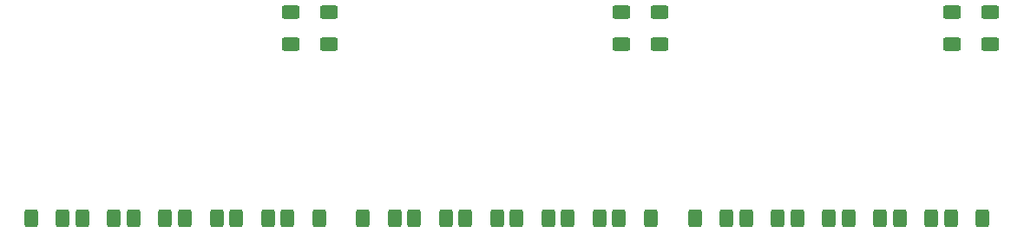
<source format=gtp>
G04 #@! TF.GenerationSoftware,KiCad,Pcbnew,(6.0.8)*
G04 #@! TF.CreationDate,2022-10-16T23:30:32+02:00*
G04 #@! TF.ProjectId,RPiWattMeterHatv3,52506957-6174-4744-9d65-746572486174,rev?*
G04 #@! TF.SameCoordinates,Original*
G04 #@! TF.FileFunction,Paste,Top*
G04 #@! TF.FilePolarity,Positive*
%FSLAX45Y45*%
G04 Gerber Fmt 4.5, Leading zero omitted, Abs format (unit mm)*
G04 Created by KiCad (PCBNEW (6.0.8)) date 2022-10-16 23:30:32*
%MOMM*%
%LPD*%
G01*
G04 APERTURE LIST*
G04 Aperture macros list*
%AMRoundRect*
0 Rectangle with rounded corners*
0 $1 Rounding radius*
0 $2 $3 $4 $5 $6 $7 $8 $9 X,Y pos of 4 corners*
0 Add a 4 corners polygon primitive as box body*
4,1,4,$2,$3,$4,$5,$6,$7,$8,$9,$2,$3,0*
0 Add four circle primitives for the rounded corners*
1,1,$1+$1,$2,$3*
1,1,$1+$1,$4,$5*
1,1,$1+$1,$6,$7*
1,1,$1+$1,$8,$9*
0 Add four rect primitives between the rounded corners*
20,1,$1+$1,$2,$3,$4,$5,0*
20,1,$1+$1,$4,$5,$6,$7,0*
20,1,$1+$1,$6,$7,$8,$9,0*
20,1,$1+$1,$8,$9,$2,$3,0*%
G04 Aperture macros list end*
%ADD10RoundRect,0.250000X0.625000X-0.400000X0.625000X0.400000X-0.625000X0.400000X-0.625000X-0.400000X0*%
%ADD11RoundRect,0.250000X0.400000X0.625000X-0.400000X0.625000X-0.400000X-0.625000X0.400000X-0.625000X0*%
G04 APERTURE END LIST*
D10*
X12512000Y-6922000D03*
X12512000Y-7232000D03*
X12887000Y-6922000D03*
X12887000Y-7232000D03*
D11*
X9990000Y-8937000D03*
X10300000Y-8937000D03*
X10490000Y-8937000D03*
X10800000Y-8937000D03*
X10990000Y-8937000D03*
X11300000Y-8937000D03*
X11490000Y-8937000D03*
X11800000Y-8937000D03*
X11990000Y-8937000D03*
X12300000Y-8937000D03*
X12490000Y-8937000D03*
X12800000Y-8937000D03*
X9562000Y-8937000D03*
X9252000Y-8937000D03*
X8562000Y-8937000D03*
X8252000Y-8937000D03*
X7062000Y-8937000D03*
X6752000Y-8937000D03*
D10*
X9287000Y-7232000D03*
X9287000Y-6922000D03*
X9662000Y-7232000D03*
X9662000Y-6922000D03*
D11*
X9062000Y-8937000D03*
X8752000Y-8937000D03*
X7562000Y-8937000D03*
X7252000Y-8937000D03*
X8062000Y-8937000D03*
X7752000Y-8937000D03*
X16037000Y-8937000D03*
X15727000Y-8937000D03*
X15537000Y-8937000D03*
X15227000Y-8937000D03*
X13537000Y-8937000D03*
X13227000Y-8937000D03*
D10*
X16112000Y-6922000D03*
X16112000Y-7232000D03*
D11*
X15037000Y-8937000D03*
X14727000Y-8937000D03*
D10*
X15737000Y-7232000D03*
X15737000Y-6922000D03*
D11*
X14037000Y-8937000D03*
X13727000Y-8937000D03*
X14537000Y-8937000D03*
X14227000Y-8937000D03*
M02*

</source>
